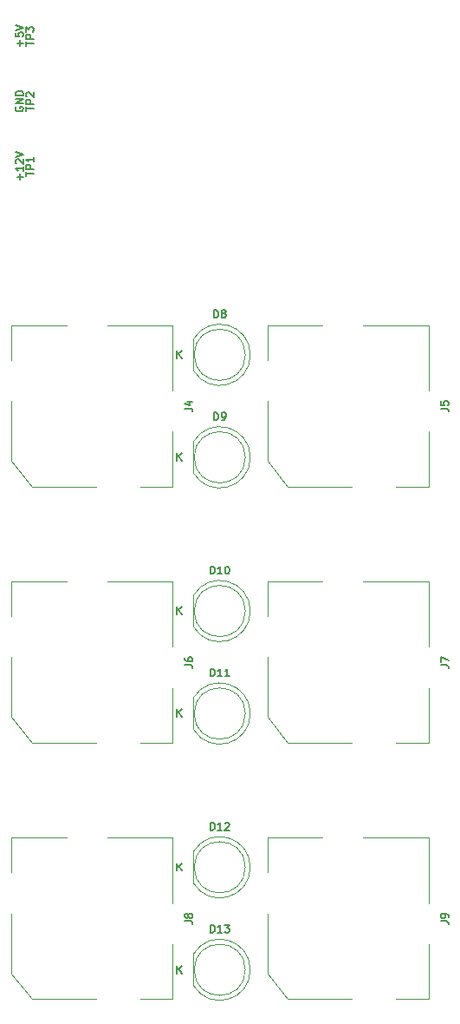
<source format=gto>
G04 #@! TF.GenerationSoftware,KiCad,Pcbnew,6.0.7-f9a2dced07~116~ubuntu22.04.1*
G04 #@! TF.CreationDate,2022-09-03T08:45:20-04:00*
G04 #@! TF.ProjectId,clock_b1,636c6f63-6b5f-4623-912e-6b696361645f,rev?*
G04 #@! TF.SameCoordinates,Original*
G04 #@! TF.FileFunction,Legend,Top*
G04 #@! TF.FilePolarity,Positive*
%FSLAX46Y46*%
G04 Gerber Fmt 4.6, Leading zero omitted, Abs format (unit mm)*
G04 Created by KiCad (PCBNEW 6.0.7-f9a2dced07~116~ubuntu22.04.1) date 2022-09-03 08:45:20*
%MOMM*%
%LPD*%
G01*
G04 APERTURE LIST*
%ADD10C,0.150000*%
%ADD11C,0.120000*%
G04 APERTURE END LIST*
D10*
G04 #@! TO.C,D9*
X37441428Y-98879285D02*
X37441428Y-98129285D01*
X37620000Y-98129285D01*
X37727142Y-98165000D01*
X37798571Y-98236428D01*
X37834285Y-98307857D01*
X37870000Y-98450714D01*
X37870000Y-98557857D01*
X37834285Y-98700714D01*
X37798571Y-98772142D01*
X37727142Y-98843571D01*
X37620000Y-98879285D01*
X37441428Y-98879285D01*
X38227142Y-98879285D02*
X38370000Y-98879285D01*
X38441428Y-98843571D01*
X38477142Y-98807857D01*
X38548571Y-98700714D01*
X38584285Y-98557857D01*
X38584285Y-98272142D01*
X38548571Y-98200714D01*
X38512857Y-98165000D01*
X38441428Y-98129285D01*
X38298571Y-98129285D01*
X38227142Y-98165000D01*
X38191428Y-98200714D01*
X38155714Y-98272142D01*
X38155714Y-98450714D01*
X38191428Y-98522142D01*
X38227142Y-98557857D01*
X38298571Y-98593571D01*
X38441428Y-98593571D01*
X38512857Y-98557857D01*
X38548571Y-98522142D01*
X38584285Y-98450714D01*
X33828571Y-102839285D02*
X33828571Y-102089285D01*
X34257142Y-102839285D02*
X33935714Y-102410714D01*
X34257142Y-102089285D02*
X33828571Y-102517857D01*
G04 #@! TO.C,J7*
X59589285Y-122750000D02*
X60125000Y-122750000D01*
X60232142Y-122785714D01*
X60303571Y-122857142D01*
X60339285Y-122964285D01*
X60339285Y-123035714D01*
X59589285Y-122464285D02*
X59589285Y-121964285D01*
X60339285Y-122285714D01*
G04 #@! TO.C,J9*
X59589285Y-147750000D02*
X60125000Y-147750000D01*
X60232142Y-147785714D01*
X60303571Y-147857142D01*
X60339285Y-147964285D01*
X60339285Y-148035714D01*
X60339285Y-147357142D02*
X60339285Y-147214285D01*
X60303571Y-147142857D01*
X60267857Y-147107142D01*
X60160714Y-147035714D01*
X60017857Y-147000000D01*
X59732142Y-147000000D01*
X59660714Y-147035714D01*
X59625000Y-147071428D01*
X59589285Y-147142857D01*
X59589285Y-147285714D01*
X59625000Y-147357142D01*
X59660714Y-147392857D01*
X59732142Y-147428571D01*
X59910714Y-147428571D01*
X59982142Y-147392857D01*
X60017857Y-147357142D01*
X60053571Y-147285714D01*
X60053571Y-147142857D01*
X60017857Y-147071428D01*
X59982142Y-147035714D01*
X59910714Y-147000000D01*
G04 #@! TO.C,J4*
X34589285Y-97750000D02*
X35125000Y-97750000D01*
X35232142Y-97785714D01*
X35303571Y-97857142D01*
X35339285Y-97964285D01*
X35339285Y-98035714D01*
X34839285Y-97071428D02*
X35339285Y-97071428D01*
X34553571Y-97250000D02*
X35089285Y-97428571D01*
X35089285Y-96964285D01*
G04 #@! TO.C,J8*
X34589285Y-147750000D02*
X35125000Y-147750000D01*
X35232142Y-147785714D01*
X35303571Y-147857142D01*
X35339285Y-147964285D01*
X35339285Y-148035714D01*
X34910714Y-147285714D02*
X34875000Y-147357142D01*
X34839285Y-147392857D01*
X34767857Y-147428571D01*
X34732142Y-147428571D01*
X34660714Y-147392857D01*
X34625000Y-147357142D01*
X34589285Y-147285714D01*
X34589285Y-147142857D01*
X34625000Y-147071428D01*
X34660714Y-147035714D01*
X34732142Y-147000000D01*
X34767857Y-147000000D01*
X34839285Y-147035714D01*
X34875000Y-147071428D01*
X34910714Y-147142857D01*
X34910714Y-147285714D01*
X34946428Y-147357142D01*
X34982142Y-147392857D01*
X35053571Y-147428571D01*
X35196428Y-147428571D01*
X35267857Y-147392857D01*
X35303571Y-147357142D01*
X35339285Y-147285714D01*
X35339285Y-147142857D01*
X35303571Y-147071428D01*
X35267857Y-147035714D01*
X35196428Y-147000000D01*
X35053571Y-147000000D01*
X34982142Y-147035714D01*
X34946428Y-147071428D01*
X34910714Y-147142857D01*
G04 #@! TO.C,D12*
X37084285Y-138879285D02*
X37084285Y-138129285D01*
X37262857Y-138129285D01*
X37370000Y-138165000D01*
X37441428Y-138236428D01*
X37477142Y-138307857D01*
X37512857Y-138450714D01*
X37512857Y-138557857D01*
X37477142Y-138700714D01*
X37441428Y-138772142D01*
X37370000Y-138843571D01*
X37262857Y-138879285D01*
X37084285Y-138879285D01*
X38227142Y-138879285D02*
X37798571Y-138879285D01*
X38012857Y-138879285D02*
X38012857Y-138129285D01*
X37941428Y-138236428D01*
X37870000Y-138307857D01*
X37798571Y-138343571D01*
X38512857Y-138200714D02*
X38548571Y-138165000D01*
X38620000Y-138129285D01*
X38798571Y-138129285D01*
X38870000Y-138165000D01*
X38905714Y-138200714D01*
X38941428Y-138272142D01*
X38941428Y-138343571D01*
X38905714Y-138450714D01*
X38477142Y-138879285D01*
X38941428Y-138879285D01*
X33828571Y-142839285D02*
X33828571Y-142089285D01*
X34257142Y-142839285D02*
X33935714Y-142410714D01*
X34257142Y-142089285D02*
X33828571Y-142517857D01*
G04 #@! TO.C,D11*
X37084285Y-123879285D02*
X37084285Y-123129285D01*
X37262857Y-123129285D01*
X37370000Y-123165000D01*
X37441428Y-123236428D01*
X37477142Y-123307857D01*
X37512857Y-123450714D01*
X37512857Y-123557857D01*
X37477142Y-123700714D01*
X37441428Y-123772142D01*
X37370000Y-123843571D01*
X37262857Y-123879285D01*
X37084285Y-123879285D01*
X38227142Y-123879285D02*
X37798571Y-123879285D01*
X38012857Y-123879285D02*
X38012857Y-123129285D01*
X37941428Y-123236428D01*
X37870000Y-123307857D01*
X37798571Y-123343571D01*
X38941428Y-123879285D02*
X38512857Y-123879285D01*
X38727142Y-123879285D02*
X38727142Y-123129285D01*
X38655714Y-123236428D01*
X38584285Y-123307857D01*
X38512857Y-123343571D01*
X33828571Y-127839285D02*
X33828571Y-127089285D01*
X34257142Y-127839285D02*
X33935714Y-127410714D01*
X34257142Y-127089285D02*
X33828571Y-127517857D01*
G04 #@! TO.C,D13*
X37084285Y-148879285D02*
X37084285Y-148129285D01*
X37262857Y-148129285D01*
X37370000Y-148165000D01*
X37441428Y-148236428D01*
X37477142Y-148307857D01*
X37512857Y-148450714D01*
X37512857Y-148557857D01*
X37477142Y-148700714D01*
X37441428Y-148772142D01*
X37370000Y-148843571D01*
X37262857Y-148879285D01*
X37084285Y-148879285D01*
X38227142Y-148879285D02*
X37798571Y-148879285D01*
X38012857Y-148879285D02*
X38012857Y-148129285D01*
X37941428Y-148236428D01*
X37870000Y-148307857D01*
X37798571Y-148343571D01*
X38477142Y-148129285D02*
X38941428Y-148129285D01*
X38691428Y-148415000D01*
X38798571Y-148415000D01*
X38870000Y-148450714D01*
X38905714Y-148486428D01*
X38941428Y-148557857D01*
X38941428Y-148736428D01*
X38905714Y-148807857D01*
X38870000Y-148843571D01*
X38798571Y-148879285D01*
X38584285Y-148879285D01*
X38512857Y-148843571D01*
X38477142Y-148807857D01*
X33828571Y-152839285D02*
X33828571Y-152089285D01*
X34257142Y-152839285D02*
X33935714Y-152410714D01*
X34257142Y-152089285D02*
X33828571Y-152517857D01*
G04 #@! TO.C,J5*
X59589285Y-97750000D02*
X60125000Y-97750000D01*
X60232142Y-97785714D01*
X60303571Y-97857142D01*
X60339285Y-97964285D01*
X60339285Y-98035714D01*
X59589285Y-97035714D02*
X59589285Y-97392857D01*
X59946428Y-97428571D01*
X59910714Y-97392857D01*
X59875000Y-97321428D01*
X59875000Y-97142857D01*
X59910714Y-97071428D01*
X59946428Y-97035714D01*
X60017857Y-97000000D01*
X60196428Y-97000000D01*
X60267857Y-97035714D01*
X60303571Y-97071428D01*
X60339285Y-97142857D01*
X60339285Y-97321428D01*
X60303571Y-97392857D01*
X60267857Y-97428571D01*
G04 #@! TO.C,J6*
X34589285Y-122750000D02*
X35125000Y-122750000D01*
X35232142Y-122785714D01*
X35303571Y-122857142D01*
X35339285Y-122964285D01*
X35339285Y-123035714D01*
X34589285Y-122071428D02*
X34589285Y-122214285D01*
X34625000Y-122285714D01*
X34660714Y-122321428D01*
X34767857Y-122392857D01*
X34910714Y-122428571D01*
X35196428Y-122428571D01*
X35267857Y-122392857D01*
X35303571Y-122357142D01*
X35339285Y-122285714D01*
X35339285Y-122142857D01*
X35303571Y-122071428D01*
X35267857Y-122035714D01*
X35196428Y-122000000D01*
X35017857Y-122000000D01*
X34946428Y-122035714D01*
X34910714Y-122071428D01*
X34875000Y-122142857D01*
X34875000Y-122285714D01*
X34910714Y-122357142D01*
X34946428Y-122392857D01*
X35017857Y-122428571D01*
G04 #@! TO.C,D8*
X37441428Y-88879285D02*
X37441428Y-88129285D01*
X37620000Y-88129285D01*
X37727142Y-88165000D01*
X37798571Y-88236428D01*
X37834285Y-88307857D01*
X37870000Y-88450714D01*
X37870000Y-88557857D01*
X37834285Y-88700714D01*
X37798571Y-88772142D01*
X37727142Y-88843571D01*
X37620000Y-88879285D01*
X37441428Y-88879285D01*
X38298571Y-88450714D02*
X38227142Y-88415000D01*
X38191428Y-88379285D01*
X38155714Y-88307857D01*
X38155714Y-88272142D01*
X38191428Y-88200714D01*
X38227142Y-88165000D01*
X38298571Y-88129285D01*
X38441428Y-88129285D01*
X38512857Y-88165000D01*
X38548571Y-88200714D01*
X38584285Y-88272142D01*
X38584285Y-88307857D01*
X38548571Y-88379285D01*
X38512857Y-88415000D01*
X38441428Y-88450714D01*
X38298571Y-88450714D01*
X38227142Y-88486428D01*
X38191428Y-88522142D01*
X38155714Y-88593571D01*
X38155714Y-88736428D01*
X38191428Y-88807857D01*
X38227142Y-88843571D01*
X38298571Y-88879285D01*
X38441428Y-88879285D01*
X38512857Y-88843571D01*
X38548571Y-88807857D01*
X38584285Y-88736428D01*
X38584285Y-88593571D01*
X38548571Y-88522142D01*
X38512857Y-88486428D01*
X38441428Y-88450714D01*
X33828571Y-92839285D02*
X33828571Y-92089285D01*
X34257142Y-92839285D02*
X33935714Y-92410714D01*
X34257142Y-92089285D02*
X33828571Y-92517857D01*
G04 #@! TO.C,D10*
X37084285Y-113879285D02*
X37084285Y-113129285D01*
X37262857Y-113129285D01*
X37370000Y-113165000D01*
X37441428Y-113236428D01*
X37477142Y-113307857D01*
X37512857Y-113450714D01*
X37512857Y-113557857D01*
X37477142Y-113700714D01*
X37441428Y-113772142D01*
X37370000Y-113843571D01*
X37262857Y-113879285D01*
X37084285Y-113879285D01*
X38227142Y-113879285D02*
X37798571Y-113879285D01*
X38012857Y-113879285D02*
X38012857Y-113129285D01*
X37941428Y-113236428D01*
X37870000Y-113307857D01*
X37798571Y-113343571D01*
X38691428Y-113129285D02*
X38762857Y-113129285D01*
X38834285Y-113165000D01*
X38870000Y-113200714D01*
X38905714Y-113272142D01*
X38941428Y-113415000D01*
X38941428Y-113593571D01*
X38905714Y-113736428D01*
X38870000Y-113807857D01*
X38834285Y-113843571D01*
X38762857Y-113879285D01*
X38691428Y-113879285D01*
X38620000Y-113843571D01*
X38584285Y-113807857D01*
X38548571Y-113736428D01*
X38512857Y-113593571D01*
X38512857Y-113415000D01*
X38548571Y-113272142D01*
X38584285Y-113200714D01*
X38620000Y-113165000D01*
X38691428Y-113129285D01*
X33828571Y-117839285D02*
X33828571Y-117089285D01*
X34257142Y-117839285D02*
X33935714Y-117410714D01*
X34257142Y-117089285D02*
X33828571Y-117517857D01*
G04 #@! TO.C,TP1*
X19057285Y-75046428D02*
X19057285Y-74617857D01*
X19807285Y-74832142D02*
X19057285Y-74832142D01*
X19807285Y-74367857D02*
X19057285Y-74367857D01*
X19057285Y-74082142D01*
X19093000Y-74010714D01*
X19128714Y-73975000D01*
X19200142Y-73939285D01*
X19307285Y-73939285D01*
X19378714Y-73975000D01*
X19414428Y-74010714D01*
X19450142Y-74082142D01*
X19450142Y-74367857D01*
X19807285Y-73225000D02*
X19807285Y-73653571D01*
X19807285Y-73439285D02*
X19057285Y-73439285D01*
X19164428Y-73510714D01*
X19235857Y-73582142D01*
X19271571Y-73653571D01*
X18505571Y-75421428D02*
X18505571Y-74850000D01*
X18791285Y-75135714D02*
X18219857Y-75135714D01*
X18791285Y-74100000D02*
X18791285Y-74528571D01*
X18791285Y-74314285D02*
X18041285Y-74314285D01*
X18148428Y-74385714D01*
X18219857Y-74457142D01*
X18255571Y-74528571D01*
X18112714Y-73814285D02*
X18077000Y-73778571D01*
X18041285Y-73707142D01*
X18041285Y-73528571D01*
X18077000Y-73457142D01*
X18112714Y-73421428D01*
X18184142Y-73385714D01*
X18255571Y-73385714D01*
X18362714Y-73421428D01*
X18791285Y-73850000D01*
X18791285Y-73385714D01*
X18041285Y-73171428D02*
X18791285Y-72921428D01*
X18041285Y-72671428D01*
G04 #@! TO.C,TP3*
X19057285Y-62346428D02*
X19057285Y-61917857D01*
X19807285Y-62132142D02*
X19057285Y-62132142D01*
X19807285Y-61667857D02*
X19057285Y-61667857D01*
X19057285Y-61382142D01*
X19093000Y-61310714D01*
X19128714Y-61275000D01*
X19200142Y-61239285D01*
X19307285Y-61239285D01*
X19378714Y-61275000D01*
X19414428Y-61310714D01*
X19450142Y-61382142D01*
X19450142Y-61667857D01*
X19057285Y-60989285D02*
X19057285Y-60525000D01*
X19343000Y-60775000D01*
X19343000Y-60667857D01*
X19378714Y-60596428D01*
X19414428Y-60560714D01*
X19485857Y-60525000D01*
X19664428Y-60525000D01*
X19735857Y-60560714D01*
X19771571Y-60596428D01*
X19807285Y-60667857D01*
X19807285Y-60882142D01*
X19771571Y-60953571D01*
X19735857Y-60989285D01*
X18505571Y-62364285D02*
X18505571Y-61792857D01*
X18791285Y-62078571D02*
X18219857Y-62078571D01*
X18041285Y-61078571D02*
X18041285Y-61435714D01*
X18398428Y-61471428D01*
X18362714Y-61435714D01*
X18327000Y-61364285D01*
X18327000Y-61185714D01*
X18362714Y-61114285D01*
X18398428Y-61078571D01*
X18469857Y-61042857D01*
X18648428Y-61042857D01*
X18719857Y-61078571D01*
X18755571Y-61114285D01*
X18791285Y-61185714D01*
X18791285Y-61364285D01*
X18755571Y-61435714D01*
X18719857Y-61471428D01*
X18041285Y-60828571D02*
X18791285Y-60578571D01*
X18041285Y-60328571D01*
G04 #@! TO.C,TP2*
X19057285Y-68696428D02*
X19057285Y-68267857D01*
X19807285Y-68482142D02*
X19057285Y-68482142D01*
X19807285Y-68017857D02*
X19057285Y-68017857D01*
X19057285Y-67732142D01*
X19093000Y-67660714D01*
X19128714Y-67625000D01*
X19200142Y-67589285D01*
X19307285Y-67589285D01*
X19378714Y-67625000D01*
X19414428Y-67660714D01*
X19450142Y-67732142D01*
X19450142Y-68017857D01*
X19128714Y-67303571D02*
X19093000Y-67267857D01*
X19057285Y-67196428D01*
X19057285Y-67017857D01*
X19093000Y-66946428D01*
X19128714Y-66910714D01*
X19200142Y-66875000D01*
X19271571Y-66875000D01*
X19378714Y-66910714D01*
X19807285Y-67339285D01*
X19807285Y-66875000D01*
X18077000Y-68321428D02*
X18041285Y-68392857D01*
X18041285Y-68500000D01*
X18077000Y-68607142D01*
X18148428Y-68678571D01*
X18219857Y-68714285D01*
X18362714Y-68750000D01*
X18469857Y-68750000D01*
X18612714Y-68714285D01*
X18684142Y-68678571D01*
X18755571Y-68607142D01*
X18791285Y-68500000D01*
X18791285Y-68428571D01*
X18755571Y-68321428D01*
X18719857Y-68285714D01*
X18469857Y-68285714D01*
X18469857Y-68428571D01*
X18791285Y-67964285D02*
X18041285Y-67964285D01*
X18791285Y-67535714D01*
X18041285Y-67535714D01*
X18791285Y-67178571D02*
X18041285Y-67178571D01*
X18041285Y-67000000D01*
X18077000Y-66892857D01*
X18148428Y-66821428D01*
X18219857Y-66785714D01*
X18362714Y-66750000D01*
X18469857Y-66750000D01*
X18612714Y-66785714D01*
X18684142Y-66821428D01*
X18755571Y-66892857D01*
X18791285Y-67000000D01*
X18791285Y-67178571D01*
D11*
G04 #@! TO.C,D9*
X35435000Y-100955000D02*
X35435000Y-104045000D01*
X40985000Y-102500462D02*
G75*
G03*
X35435000Y-100955170I-2990000J462D01*
G01*
X35435000Y-104044830D02*
G75*
G03*
X40985000Y-102499538I2560000J1544830D01*
G01*
X40495000Y-102500000D02*
G75*
G03*
X40495000Y-102500000I-2500000J0D01*
G01*
G04 #@! TO.C,J7*
X42650000Y-118000000D02*
X42650000Y-114600000D01*
X42650000Y-114600000D02*
X48000000Y-114600000D01*
X44650000Y-130350000D02*
X42650000Y-127850000D01*
X42650000Y-127850000D02*
X42650000Y-122000000D01*
X58400000Y-130350000D02*
X55200000Y-130350000D01*
X58400000Y-125000000D02*
X58400000Y-130350000D01*
X52000000Y-114600000D02*
X58400000Y-114600000D01*
X44700000Y-130350000D02*
X44650000Y-130350000D01*
X58400000Y-114600000D02*
X58400000Y-121000000D01*
X50900000Y-130350000D02*
X44700000Y-130350000D01*
G04 #@! TO.C,J9*
X44700000Y-155350000D02*
X44650000Y-155350000D01*
X42650000Y-143000000D02*
X42650000Y-139600000D01*
X58400000Y-139600000D02*
X58400000Y-146000000D01*
X58400000Y-150000000D02*
X58400000Y-155350000D01*
X42650000Y-152850000D02*
X42650000Y-147000000D01*
X52000000Y-139600000D02*
X58400000Y-139600000D01*
X44650000Y-155350000D02*
X42650000Y-152850000D01*
X58400000Y-155350000D02*
X55200000Y-155350000D01*
X42650000Y-139600000D02*
X48000000Y-139600000D01*
X50900000Y-155350000D02*
X44700000Y-155350000D01*
G04 #@! TO.C,J4*
X17650000Y-89600000D02*
X23000000Y-89600000D01*
X25900000Y-105350000D02*
X19700000Y-105350000D01*
X19650000Y-105350000D02*
X17650000Y-102850000D01*
X17650000Y-102850000D02*
X17650000Y-97000000D01*
X33400000Y-100000000D02*
X33400000Y-105350000D01*
X33400000Y-105350000D02*
X30200000Y-105350000D01*
X19700000Y-105350000D02*
X19650000Y-105350000D01*
X33400000Y-89600000D02*
X33400000Y-96000000D01*
X17650000Y-93000000D02*
X17650000Y-89600000D01*
X27000000Y-89600000D02*
X33400000Y-89600000D01*
G04 #@! TO.C,J8*
X27000000Y-139600000D02*
X33400000Y-139600000D01*
X33400000Y-139600000D02*
X33400000Y-146000000D01*
X19700000Y-155350000D02*
X19650000Y-155350000D01*
X25900000Y-155350000D02*
X19700000Y-155350000D01*
X19650000Y-155350000D02*
X17650000Y-152850000D01*
X33400000Y-155350000D02*
X30200000Y-155350000D01*
X17650000Y-143000000D02*
X17650000Y-139600000D01*
X17650000Y-152850000D02*
X17650000Y-147000000D01*
X17650000Y-139600000D02*
X23000000Y-139600000D01*
X33400000Y-150000000D02*
X33400000Y-155350000D01*
G04 #@! TO.C,D12*
X35435000Y-140955000D02*
X35435000Y-144045000D01*
X40985000Y-142500462D02*
G75*
G03*
X35435000Y-140955170I-2990000J462D01*
G01*
X35435000Y-144044830D02*
G75*
G03*
X40985000Y-142499538I2560000J1544830D01*
G01*
X40495000Y-142500000D02*
G75*
G03*
X40495000Y-142500000I-2500000J0D01*
G01*
G04 #@! TO.C,D11*
X35435000Y-125955000D02*
X35435000Y-129045000D01*
X40985000Y-127500462D02*
G75*
G03*
X35435000Y-125955170I-2990000J462D01*
G01*
X35435000Y-129044830D02*
G75*
G03*
X40985000Y-127499538I2560000J1544830D01*
G01*
X40495000Y-127500000D02*
G75*
G03*
X40495000Y-127500000I-2500000J0D01*
G01*
G04 #@! TO.C,D13*
X35435000Y-150955000D02*
X35435000Y-154045000D01*
X40985000Y-152500462D02*
G75*
G03*
X35435000Y-150955170I-2990000J462D01*
G01*
X35435000Y-154044830D02*
G75*
G03*
X40985000Y-152499538I2560000J1544830D01*
G01*
X40495000Y-152500000D02*
G75*
G03*
X40495000Y-152500000I-2500000J0D01*
G01*
G04 #@! TO.C,J5*
X42650000Y-93000000D02*
X42650000Y-89600000D01*
X42650000Y-102850000D02*
X42650000Y-97000000D01*
X52000000Y-89600000D02*
X58400000Y-89600000D01*
X50900000Y-105350000D02*
X44700000Y-105350000D01*
X58400000Y-105350000D02*
X55200000Y-105350000D01*
X58400000Y-100000000D02*
X58400000Y-105350000D01*
X42650000Y-89600000D02*
X48000000Y-89600000D01*
X44650000Y-105350000D02*
X42650000Y-102850000D01*
X44700000Y-105350000D02*
X44650000Y-105350000D01*
X58400000Y-89600000D02*
X58400000Y-96000000D01*
G04 #@! TO.C,J6*
X27000000Y-114600000D02*
X33400000Y-114600000D01*
X25900000Y-130350000D02*
X19700000Y-130350000D01*
X33400000Y-130350000D02*
X30200000Y-130350000D01*
X33400000Y-125000000D02*
X33400000Y-130350000D01*
X17650000Y-114600000D02*
X23000000Y-114600000D01*
X33400000Y-114600000D02*
X33400000Y-121000000D01*
X19650000Y-130350000D02*
X17650000Y-127850000D01*
X17650000Y-118000000D02*
X17650000Y-114600000D01*
X17650000Y-127850000D02*
X17650000Y-122000000D01*
X19700000Y-130350000D02*
X19650000Y-130350000D01*
G04 #@! TO.C,D8*
X35435000Y-90955000D02*
X35435000Y-94045000D01*
X40985000Y-92500462D02*
G75*
G03*
X35435000Y-90955170I-2990000J462D01*
G01*
X35435000Y-94044830D02*
G75*
G03*
X40985000Y-92499538I2560000J1544830D01*
G01*
X40495000Y-92500000D02*
G75*
G03*
X40495000Y-92500000I-2500000J0D01*
G01*
G04 #@! TO.C,D10*
X35435000Y-115955000D02*
X35435000Y-119045000D01*
X40985000Y-117500462D02*
G75*
G03*
X35435000Y-115955170I-2990000J462D01*
G01*
X35435000Y-119044830D02*
G75*
G03*
X40985000Y-117499538I2560000J1544830D01*
G01*
X40495000Y-117500000D02*
G75*
G03*
X40495000Y-117500000I-2500000J0D01*
G01*
G04 #@! TD*
M02*

</source>
